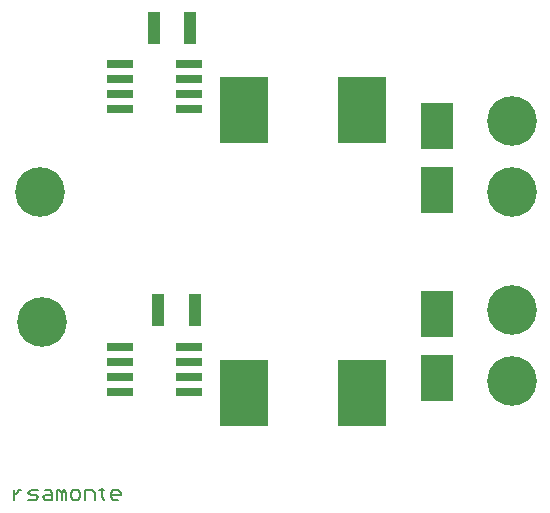
<source format=gts>
G04*
G04 #@! TF.GenerationSoftware,Altium Limited,Altium Designer,21.9.2 (33)*
G04*
G04 Layer_Color=8388736*
%FSLAX44Y44*%
%MOMM*%
G71*
G04*
G04 #@! TF.SameCoordinates,E4C3A579-B693-4A56-8CB7-AE82ACC2EB58*
G04*
G04*
G04 #@! TF.FilePolarity,Negative*
G04*
G01*
G75*
%ADD10C,0.2000*%
%ADD16R,2.3032X0.8032*%
%ADD17R,2.7532X3.9532*%
%ADD18R,4.0532X5.7032*%
%ADD19R,1.1032X2.7032*%
%ADD20C,4.2032*%
D10*
X28416Y47843D02*
Y39846D01*
Y43845D01*
X30415Y45844D01*
X32415Y47843D01*
X34414D01*
X40412Y39846D02*
X46410D01*
X48410Y41845D01*
X46410Y43845D01*
X42411D01*
X40412Y45844D01*
X42411Y47843D01*
X48410D01*
X54408D02*
X58406D01*
X60406Y45844D01*
Y39846D01*
X54408D01*
X52408Y41845D01*
X54408Y43845D01*
X60406D01*
X64404Y39846D02*
Y47843D01*
X66404D01*
X68403Y45844D01*
Y39846D01*
Y45844D01*
X70402Y47843D01*
X72402Y45844D01*
Y39846D01*
X78400D02*
X82399D01*
X84398Y41845D01*
Y45844D01*
X82399Y47843D01*
X78400D01*
X76400Y45844D01*
Y41845D01*
X78400Y39846D01*
X88397D02*
Y47843D01*
X94395D01*
X96394Y45844D01*
Y39846D01*
X102392Y49843D02*
Y47843D01*
X100393D01*
X104391D01*
X102392D01*
Y41845D01*
X104391Y39846D01*
X116388D02*
X112389D01*
X110389Y41845D01*
Y45844D01*
X112389Y47843D01*
X116388D01*
X118387Y45844D01*
Y43845D01*
X110389D01*
D16*
X118000Y169050D02*
D03*
Y156350D02*
D03*
Y143650D02*
D03*
Y130950D02*
D03*
X176000Y169050D02*
D03*
Y156350D02*
D03*
Y143650D02*
D03*
Y130950D02*
D03*
Y370950D02*
D03*
Y383650D02*
D03*
Y396350D02*
D03*
Y409050D02*
D03*
X118000Y370950D02*
D03*
Y383650D02*
D03*
Y396350D02*
D03*
Y409050D02*
D03*
D17*
X386000Y197000D02*
D03*
Y143000D02*
D03*
Y356000D02*
D03*
Y302000D02*
D03*
D18*
X223250Y130000D02*
D03*
X322750D02*
D03*
X223250Y370000D02*
D03*
X322750D02*
D03*
D19*
X150500Y200000D02*
D03*
X181494D02*
D03*
X146500Y439000D02*
D03*
X177494D02*
D03*
D20*
X450000Y140000D02*
D03*
X50000Y300000D02*
D03*
X52000Y190000D02*
D03*
X450000Y300000D02*
D03*
Y360000D02*
D03*
Y200000D02*
D03*
M02*

</source>
